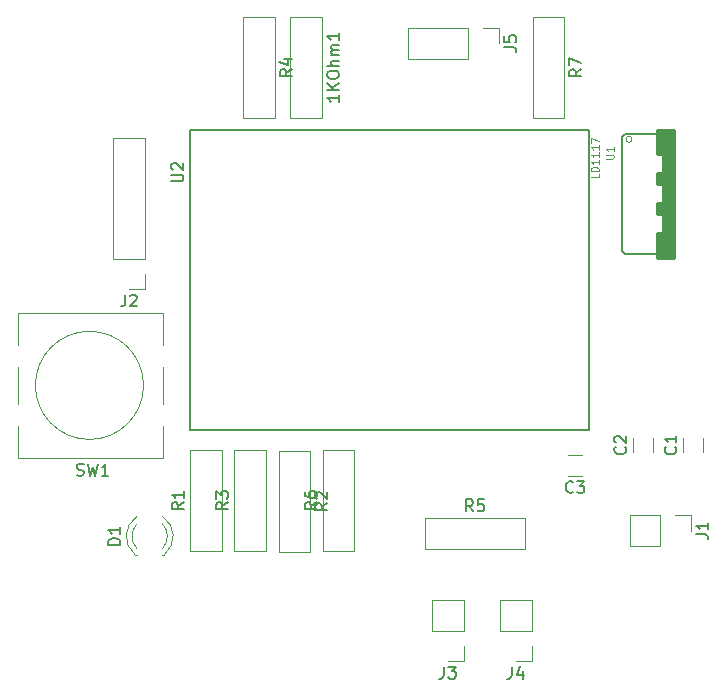
<source format=gbr>
G04 #@! TF.FileFunction,Legend,Top*
%FSLAX46Y46*%
G04 Gerber Fmt 4.6, Leading zero omitted, Abs format (unit mm)*
G04 Created by KiCad (PCBNEW 4.0.6) date Saturday, 24. June 2017 00:02:07*
%MOMM*%
%LPD*%
G01*
G04 APERTURE LIST*
%ADD10C,0.100000*%
%ADD11C,0.120000*%
%ADD12C,0.152400*%
%ADD13C,0.381000*%
%ADD14C,0.203200*%
%ADD15C,0.150000*%
%ADD16C,0.050000*%
G04 APERTURE END LIST*
D10*
D11*
X141075000Y-60865000D02*
X141075000Y-69365000D01*
X138415000Y-60865000D02*
X138415000Y-69365000D01*
X141075000Y-60865000D02*
X138415000Y-60865000D01*
X141075000Y-69365000D02*
X138415000Y-69365000D01*
X171634000Y-97662000D02*
X171634000Y-96488000D01*
X173356000Y-97662000D02*
X173356000Y-96488000D01*
X167384000Y-97662000D02*
X167384000Y-96488000D01*
X169106000Y-97662000D02*
X169106000Y-96488000D01*
X163082000Y-99686000D02*
X161908000Y-99686000D01*
X163082000Y-97964000D02*
X161908000Y-97964000D01*
X125416392Y-103132665D02*
G75*
G03X125259484Y-106365000I1078608J-1672335D01*
G01*
X127573608Y-103132665D02*
G75*
G02X127730516Y-106365000I-1078608J-1672335D01*
G01*
X125415163Y-103763870D02*
G75*
G03X125415000Y-105845961I1079837J-1041130D01*
G01*
X127574837Y-103763870D02*
G75*
G02X127575000Y-105845961I-1079837J-1041130D01*
G01*
X125259000Y-106365000D02*
X125415000Y-106365000D01*
X127575000Y-106365000D02*
X127731000Y-106365000D01*
X169725000Y-102995000D02*
X167125000Y-102995000D01*
X167125000Y-102995000D02*
X167125000Y-105655000D01*
X167125000Y-105655000D02*
X169725000Y-105655000D01*
X169725000Y-105655000D02*
X169725000Y-102995000D01*
X170995000Y-102995000D02*
X172325000Y-102995000D01*
X172325000Y-102995000D02*
X172325000Y-104325000D01*
X126075000Y-81305000D02*
X126075000Y-71085000D01*
X126075000Y-71085000D02*
X123415000Y-71085000D01*
X123415000Y-71085000D02*
X123415000Y-81305000D01*
X123415000Y-81305000D02*
X126075000Y-81305000D01*
X126075000Y-82575000D02*
X126075000Y-83905000D01*
X126075000Y-83905000D02*
X124745000Y-83905000D01*
X153075000Y-112805000D02*
X153075000Y-110205000D01*
X153075000Y-110205000D02*
X150415000Y-110205000D01*
X150415000Y-110205000D02*
X150415000Y-112805000D01*
X150415000Y-112805000D02*
X153075000Y-112805000D01*
X153075000Y-114075000D02*
X153075000Y-115405000D01*
X153075000Y-115405000D02*
X151745000Y-115405000D01*
X158825000Y-112805000D02*
X158825000Y-110205000D01*
X158825000Y-110205000D02*
X156165000Y-110205000D01*
X156165000Y-110205000D02*
X156165000Y-112805000D01*
X156165000Y-112805000D02*
X158825000Y-112805000D01*
X158825000Y-114075000D02*
X158825000Y-115405000D01*
X158825000Y-115405000D02*
X157495000Y-115405000D01*
X153475000Y-61745000D02*
X148335000Y-61745000D01*
X148335000Y-61745000D02*
X148335000Y-64405000D01*
X148335000Y-64405000D02*
X153475000Y-64405000D01*
X153475000Y-64405000D02*
X153475000Y-61745000D01*
X154745000Y-61745000D02*
X156075000Y-61745000D01*
X156075000Y-61745000D02*
X156075000Y-63075000D01*
X129915000Y-106035000D02*
X129915000Y-97535000D01*
X132575000Y-106035000D02*
X132575000Y-97535000D01*
X129915000Y-106035000D02*
X132575000Y-106035000D01*
X129915000Y-97535000D02*
X132575000Y-97535000D01*
X140075000Y-97615000D02*
X140075000Y-106115000D01*
X137415000Y-97615000D02*
X137415000Y-106115000D01*
X140075000Y-97615000D02*
X137415000Y-97615000D01*
X140075000Y-106115000D02*
X137415000Y-106115000D01*
X133665000Y-106035000D02*
X133665000Y-97535000D01*
X136325000Y-106035000D02*
X136325000Y-97535000D01*
X133665000Y-106035000D02*
X136325000Y-106035000D01*
X133665000Y-97535000D02*
X136325000Y-97535000D01*
X137075000Y-60865000D02*
X137075000Y-69365000D01*
X134415000Y-60865000D02*
X134415000Y-69365000D01*
X137075000Y-60865000D02*
X134415000Y-60865000D01*
X137075000Y-69365000D02*
X134415000Y-69365000D01*
X149785000Y-103245000D02*
X158285000Y-103245000D01*
X149785000Y-105905000D02*
X158285000Y-105905000D01*
X149785000Y-103245000D02*
X149785000Y-105905000D01*
X158285000Y-103245000D02*
X158285000Y-105905000D01*
X141165000Y-106035000D02*
X141165000Y-97535000D01*
X143825000Y-106035000D02*
X143825000Y-97535000D01*
X141165000Y-106035000D02*
X143825000Y-106035000D01*
X141165000Y-97535000D02*
X143825000Y-97535000D01*
X161575000Y-60865000D02*
X161575000Y-69365000D01*
X158915000Y-60865000D02*
X158915000Y-69365000D01*
X161575000Y-60865000D02*
X158915000Y-60865000D01*
X161575000Y-69365000D02*
X158915000Y-69365000D01*
X127645000Y-98225000D02*
X115345000Y-98225000D01*
X115345000Y-93645000D02*
X115345000Y-90505000D01*
X115345000Y-85925000D02*
X127645000Y-85925000D01*
X127645000Y-95505000D02*
X127645000Y-98225000D01*
X125974050Y-92035000D02*
G75*
G03X125974050Y-92035000I-4579050J0D01*
G01*
X127645000Y-85925000D02*
X127645000Y-88645000D01*
X127645000Y-90505000D02*
X127645000Y-93645000D01*
X115345000Y-88645000D02*
X115345000Y-85925000D01*
X115345000Y-98225000D02*
X115345000Y-95505000D01*
D12*
X166467000Y-80651000D02*
X166721000Y-80905000D01*
X166467000Y-80651000D02*
X166467000Y-70999000D01*
X166721000Y-70745000D02*
X166467000Y-70999000D01*
X169642000Y-80905000D02*
X166721000Y-80905000D01*
X166721000Y-70745000D02*
X169642000Y-70745000D01*
D10*
X167330600Y-71202200D02*
G75*
G03X167330600Y-71202200I-254000J0D01*
G01*
D13*
G36*
X170785000Y-70491000D02*
X170785000Y-72396000D01*
X169515000Y-72396000D01*
X169515000Y-70491000D01*
X170785000Y-70491000D01*
G37*
X170785000Y-70491000D02*
X170785000Y-72396000D01*
X169515000Y-72396000D01*
X169515000Y-70491000D01*
X170785000Y-70491000D01*
G36*
X170785000Y-72396000D02*
X170785000Y-74174000D01*
X170023000Y-74174000D01*
X170023000Y-72396000D01*
X170785000Y-72396000D01*
G37*
X170785000Y-72396000D02*
X170785000Y-74174000D01*
X170023000Y-74174000D01*
X170023000Y-72396000D01*
X170785000Y-72396000D01*
G36*
X170785000Y-74174000D02*
X170785000Y-74936000D01*
X169515000Y-74936000D01*
X169515000Y-74174000D01*
X170785000Y-74174000D01*
G37*
X170785000Y-74174000D02*
X170785000Y-74936000D01*
X169515000Y-74936000D01*
X169515000Y-74174000D01*
X170785000Y-74174000D01*
G36*
X170785000Y-74936000D02*
X170785000Y-76714000D01*
X170023000Y-76714000D01*
X170023000Y-74936000D01*
X170785000Y-74936000D01*
G37*
X170785000Y-74936000D02*
X170785000Y-76714000D01*
X170023000Y-76714000D01*
X170023000Y-74936000D01*
X170785000Y-74936000D01*
G36*
X170785000Y-76714000D02*
X170785000Y-77476000D01*
X169515000Y-77476000D01*
X169515000Y-76714000D01*
X170785000Y-76714000D01*
G37*
X170785000Y-76714000D02*
X170785000Y-77476000D01*
X169515000Y-77476000D01*
X169515000Y-76714000D01*
X170785000Y-76714000D01*
G36*
X170785000Y-77476000D02*
X170785000Y-79254000D01*
X170023000Y-79254000D01*
X170023000Y-77476000D01*
X170785000Y-77476000D01*
G37*
X170785000Y-77476000D02*
X170785000Y-79254000D01*
X170023000Y-79254000D01*
X170023000Y-77476000D01*
X170785000Y-77476000D01*
G36*
X170785000Y-79254000D02*
X170785000Y-81159000D01*
X169515000Y-81159000D01*
X169515000Y-79254000D01*
X170785000Y-79254000D01*
G37*
X170785000Y-79254000D02*
X170785000Y-81159000D01*
X169515000Y-81159000D01*
X169515000Y-79254000D01*
X170785000Y-79254000D01*
D14*
X163677000Y-70445000D02*
X129895000Y-70445000D01*
X129895000Y-70445000D02*
X129895000Y-95845000D01*
X163677000Y-95845000D02*
X163677000Y-70445000D01*
X129895000Y-95845000D02*
X163651600Y-95845000D01*
D15*
X142527381Y-67448333D02*
X142527381Y-68019762D01*
X142527381Y-67734048D02*
X141527381Y-67734048D01*
X141670238Y-67829286D01*
X141765476Y-67924524D01*
X141813095Y-68019762D01*
X142527381Y-67019762D02*
X141527381Y-67019762D01*
X142527381Y-66448333D02*
X141955952Y-66876905D01*
X141527381Y-66448333D02*
X142098810Y-67019762D01*
X141527381Y-65829286D02*
X141527381Y-65638809D01*
X141575000Y-65543571D01*
X141670238Y-65448333D01*
X141860714Y-65400714D01*
X142194048Y-65400714D01*
X142384524Y-65448333D01*
X142479762Y-65543571D01*
X142527381Y-65638809D01*
X142527381Y-65829286D01*
X142479762Y-65924524D01*
X142384524Y-66019762D01*
X142194048Y-66067381D01*
X141860714Y-66067381D01*
X141670238Y-66019762D01*
X141575000Y-65924524D01*
X141527381Y-65829286D01*
X142527381Y-64972143D02*
X141527381Y-64972143D01*
X142527381Y-64543571D02*
X142003571Y-64543571D01*
X141908333Y-64591190D01*
X141860714Y-64686428D01*
X141860714Y-64829286D01*
X141908333Y-64924524D01*
X141955952Y-64972143D01*
X142527381Y-64067381D02*
X141860714Y-64067381D01*
X141955952Y-64067381D02*
X141908333Y-64019762D01*
X141860714Y-63924524D01*
X141860714Y-63781666D01*
X141908333Y-63686428D01*
X142003571Y-63638809D01*
X142527381Y-63638809D01*
X142003571Y-63638809D02*
X141908333Y-63591190D01*
X141860714Y-63495952D01*
X141860714Y-63353095D01*
X141908333Y-63257857D01*
X142003571Y-63210238D01*
X142527381Y-63210238D01*
X142527381Y-62210238D02*
X142527381Y-62781667D01*
X142527381Y-62495953D02*
X141527381Y-62495953D01*
X141670238Y-62591191D01*
X141765476Y-62686429D01*
X141813095Y-62781667D01*
X170992143Y-97241666D02*
X171039762Y-97289285D01*
X171087381Y-97432142D01*
X171087381Y-97527380D01*
X171039762Y-97670238D01*
X170944524Y-97765476D01*
X170849286Y-97813095D01*
X170658810Y-97860714D01*
X170515952Y-97860714D01*
X170325476Y-97813095D01*
X170230238Y-97765476D01*
X170135000Y-97670238D01*
X170087381Y-97527380D01*
X170087381Y-97432142D01*
X170135000Y-97289285D01*
X170182619Y-97241666D01*
X171087381Y-96289285D02*
X171087381Y-96860714D01*
X171087381Y-96575000D02*
X170087381Y-96575000D01*
X170230238Y-96670238D01*
X170325476Y-96765476D01*
X170373095Y-96860714D01*
X166742143Y-97241666D02*
X166789762Y-97289285D01*
X166837381Y-97432142D01*
X166837381Y-97527380D01*
X166789762Y-97670238D01*
X166694524Y-97765476D01*
X166599286Y-97813095D01*
X166408810Y-97860714D01*
X166265952Y-97860714D01*
X166075476Y-97813095D01*
X165980238Y-97765476D01*
X165885000Y-97670238D01*
X165837381Y-97527380D01*
X165837381Y-97432142D01*
X165885000Y-97289285D01*
X165932619Y-97241666D01*
X165932619Y-96860714D02*
X165885000Y-96813095D01*
X165837381Y-96717857D01*
X165837381Y-96479761D01*
X165885000Y-96384523D01*
X165932619Y-96336904D01*
X166027857Y-96289285D01*
X166123095Y-96289285D01*
X166265952Y-96336904D01*
X166837381Y-96908333D01*
X166837381Y-96289285D01*
X162328334Y-101042143D02*
X162280715Y-101089762D01*
X162137858Y-101137381D01*
X162042620Y-101137381D01*
X161899762Y-101089762D01*
X161804524Y-100994524D01*
X161756905Y-100899286D01*
X161709286Y-100708810D01*
X161709286Y-100565952D01*
X161756905Y-100375476D01*
X161804524Y-100280238D01*
X161899762Y-100185000D01*
X162042620Y-100137381D01*
X162137858Y-100137381D01*
X162280715Y-100185000D01*
X162328334Y-100232619D01*
X162661667Y-100137381D02*
X163280715Y-100137381D01*
X162947381Y-100518333D01*
X163090239Y-100518333D01*
X163185477Y-100565952D01*
X163233096Y-100613571D01*
X163280715Y-100708810D01*
X163280715Y-100946905D01*
X163233096Y-101042143D01*
X163185477Y-101089762D01*
X163090239Y-101137381D01*
X162804524Y-101137381D01*
X162709286Y-101089762D01*
X162661667Y-101042143D01*
X123987381Y-105543095D02*
X122987381Y-105543095D01*
X122987381Y-105305000D01*
X123035000Y-105162142D01*
X123130238Y-105066904D01*
X123225476Y-105019285D01*
X123415952Y-104971666D01*
X123558810Y-104971666D01*
X123749286Y-105019285D01*
X123844524Y-105066904D01*
X123939762Y-105162142D01*
X123987381Y-105305000D01*
X123987381Y-105543095D01*
X123987381Y-104019285D02*
X123987381Y-104590714D01*
X123987381Y-104305000D02*
X122987381Y-104305000D01*
X123130238Y-104400238D01*
X123225476Y-104495476D01*
X123273095Y-104590714D01*
X172777381Y-104658333D02*
X173491667Y-104658333D01*
X173634524Y-104705953D01*
X173729762Y-104801191D01*
X173777381Y-104944048D01*
X173777381Y-105039286D01*
X173777381Y-103658333D02*
X173777381Y-104229762D01*
X173777381Y-103944048D02*
X172777381Y-103944048D01*
X172920238Y-104039286D01*
X173015476Y-104134524D01*
X173063095Y-104229762D01*
X124411667Y-84357381D02*
X124411667Y-85071667D01*
X124364047Y-85214524D01*
X124268809Y-85309762D01*
X124125952Y-85357381D01*
X124030714Y-85357381D01*
X124840238Y-84452619D02*
X124887857Y-84405000D01*
X124983095Y-84357381D01*
X125221191Y-84357381D01*
X125316429Y-84405000D01*
X125364048Y-84452619D01*
X125411667Y-84547857D01*
X125411667Y-84643095D01*
X125364048Y-84785952D01*
X124792619Y-85357381D01*
X125411667Y-85357381D01*
X151411667Y-115857381D02*
X151411667Y-116571667D01*
X151364047Y-116714524D01*
X151268809Y-116809762D01*
X151125952Y-116857381D01*
X151030714Y-116857381D01*
X151792619Y-115857381D02*
X152411667Y-115857381D01*
X152078333Y-116238333D01*
X152221191Y-116238333D01*
X152316429Y-116285952D01*
X152364048Y-116333571D01*
X152411667Y-116428810D01*
X152411667Y-116666905D01*
X152364048Y-116762143D01*
X152316429Y-116809762D01*
X152221191Y-116857381D01*
X151935476Y-116857381D01*
X151840238Y-116809762D01*
X151792619Y-116762143D01*
X157161667Y-115857381D02*
X157161667Y-116571667D01*
X157114047Y-116714524D01*
X157018809Y-116809762D01*
X156875952Y-116857381D01*
X156780714Y-116857381D01*
X158066429Y-116190714D02*
X158066429Y-116857381D01*
X157828333Y-115809762D02*
X157590238Y-116524048D01*
X158209286Y-116524048D01*
X156527381Y-63408333D02*
X157241667Y-63408333D01*
X157384524Y-63455953D01*
X157479762Y-63551191D01*
X157527381Y-63694048D01*
X157527381Y-63789286D01*
X156527381Y-62455952D02*
X156527381Y-62932143D01*
X157003571Y-62979762D01*
X156955952Y-62932143D01*
X156908333Y-62836905D01*
X156908333Y-62598809D01*
X156955952Y-62503571D01*
X157003571Y-62455952D01*
X157098810Y-62408333D01*
X157336905Y-62408333D01*
X157432143Y-62455952D01*
X157479762Y-62503571D01*
X157527381Y-62598809D01*
X157527381Y-62836905D01*
X157479762Y-62932143D01*
X157432143Y-62979762D01*
X129367381Y-101951666D02*
X128891190Y-102285000D01*
X129367381Y-102523095D02*
X128367381Y-102523095D01*
X128367381Y-102142142D01*
X128415000Y-102046904D01*
X128462619Y-101999285D01*
X128557857Y-101951666D01*
X128700714Y-101951666D01*
X128795952Y-101999285D01*
X128843571Y-102046904D01*
X128891190Y-102142142D01*
X128891190Y-102523095D01*
X129367381Y-100999285D02*
X129367381Y-101570714D01*
X129367381Y-101285000D02*
X128367381Y-101285000D01*
X128510238Y-101380238D01*
X128605476Y-101475476D01*
X128653095Y-101570714D01*
X141527381Y-102031666D02*
X141051190Y-102365000D01*
X141527381Y-102603095D02*
X140527381Y-102603095D01*
X140527381Y-102222142D01*
X140575000Y-102126904D01*
X140622619Y-102079285D01*
X140717857Y-102031666D01*
X140860714Y-102031666D01*
X140955952Y-102079285D01*
X141003571Y-102126904D01*
X141051190Y-102222142D01*
X141051190Y-102603095D01*
X140622619Y-101650714D02*
X140575000Y-101603095D01*
X140527381Y-101507857D01*
X140527381Y-101269761D01*
X140575000Y-101174523D01*
X140622619Y-101126904D01*
X140717857Y-101079285D01*
X140813095Y-101079285D01*
X140955952Y-101126904D01*
X141527381Y-101698333D01*
X141527381Y-101079285D01*
X133117381Y-101951666D02*
X132641190Y-102285000D01*
X133117381Y-102523095D02*
X132117381Y-102523095D01*
X132117381Y-102142142D01*
X132165000Y-102046904D01*
X132212619Y-101999285D01*
X132307857Y-101951666D01*
X132450714Y-101951666D01*
X132545952Y-101999285D01*
X132593571Y-102046904D01*
X132641190Y-102142142D01*
X132641190Y-102523095D01*
X132117381Y-101618333D02*
X132117381Y-100999285D01*
X132498333Y-101332619D01*
X132498333Y-101189761D01*
X132545952Y-101094523D01*
X132593571Y-101046904D01*
X132688810Y-100999285D01*
X132926905Y-100999285D01*
X133022143Y-101046904D01*
X133069762Y-101094523D01*
X133117381Y-101189761D01*
X133117381Y-101475476D01*
X133069762Y-101570714D01*
X133022143Y-101618333D01*
X138527381Y-65281666D02*
X138051190Y-65615000D01*
X138527381Y-65853095D02*
X137527381Y-65853095D01*
X137527381Y-65472142D01*
X137575000Y-65376904D01*
X137622619Y-65329285D01*
X137717857Y-65281666D01*
X137860714Y-65281666D01*
X137955952Y-65329285D01*
X138003571Y-65376904D01*
X138051190Y-65472142D01*
X138051190Y-65853095D01*
X137860714Y-64424523D02*
X138527381Y-64424523D01*
X137479762Y-64662619D02*
X138194048Y-64900714D01*
X138194048Y-64281666D01*
X153868334Y-102697381D02*
X153535000Y-102221190D01*
X153296905Y-102697381D02*
X153296905Y-101697381D01*
X153677858Y-101697381D01*
X153773096Y-101745000D01*
X153820715Y-101792619D01*
X153868334Y-101887857D01*
X153868334Y-102030714D01*
X153820715Y-102125952D01*
X153773096Y-102173571D01*
X153677858Y-102221190D01*
X153296905Y-102221190D01*
X154773096Y-101697381D02*
X154296905Y-101697381D01*
X154249286Y-102173571D01*
X154296905Y-102125952D01*
X154392143Y-102078333D01*
X154630239Y-102078333D01*
X154725477Y-102125952D01*
X154773096Y-102173571D01*
X154820715Y-102268810D01*
X154820715Y-102506905D01*
X154773096Y-102602143D01*
X154725477Y-102649762D01*
X154630239Y-102697381D01*
X154392143Y-102697381D01*
X154296905Y-102649762D01*
X154249286Y-102602143D01*
X140617381Y-101951666D02*
X140141190Y-102285000D01*
X140617381Y-102523095D02*
X139617381Y-102523095D01*
X139617381Y-102142142D01*
X139665000Y-102046904D01*
X139712619Y-101999285D01*
X139807857Y-101951666D01*
X139950714Y-101951666D01*
X140045952Y-101999285D01*
X140093571Y-102046904D01*
X140141190Y-102142142D01*
X140141190Y-102523095D01*
X139617381Y-101094523D02*
X139617381Y-101285000D01*
X139665000Y-101380238D01*
X139712619Y-101427857D01*
X139855476Y-101523095D01*
X140045952Y-101570714D01*
X140426905Y-101570714D01*
X140522143Y-101523095D01*
X140569762Y-101475476D01*
X140617381Y-101380238D01*
X140617381Y-101189761D01*
X140569762Y-101094523D01*
X140522143Y-101046904D01*
X140426905Y-100999285D01*
X140188810Y-100999285D01*
X140093571Y-101046904D01*
X140045952Y-101094523D01*
X139998333Y-101189761D01*
X139998333Y-101380238D01*
X140045952Y-101475476D01*
X140093571Y-101523095D01*
X140188810Y-101570714D01*
X163027381Y-65281666D02*
X162551190Y-65615000D01*
X163027381Y-65853095D02*
X162027381Y-65853095D01*
X162027381Y-65472142D01*
X162075000Y-65376904D01*
X162122619Y-65329285D01*
X162217857Y-65281666D01*
X162360714Y-65281666D01*
X162455952Y-65329285D01*
X162503571Y-65376904D01*
X162551190Y-65472142D01*
X162551190Y-65853095D01*
X162027381Y-64948333D02*
X162027381Y-64281666D01*
X163027381Y-64710238D01*
X120331667Y-99639762D02*
X120474524Y-99687381D01*
X120712620Y-99687381D01*
X120807858Y-99639762D01*
X120855477Y-99592143D01*
X120903096Y-99496905D01*
X120903096Y-99401667D01*
X120855477Y-99306429D01*
X120807858Y-99258810D01*
X120712620Y-99211190D01*
X120522143Y-99163571D01*
X120426905Y-99115952D01*
X120379286Y-99068333D01*
X120331667Y-98973095D01*
X120331667Y-98877857D01*
X120379286Y-98782619D01*
X120426905Y-98735000D01*
X120522143Y-98687381D01*
X120760239Y-98687381D01*
X120903096Y-98735000D01*
X121236429Y-98687381D02*
X121474524Y-99687381D01*
X121665001Y-98973095D01*
X121855477Y-99687381D01*
X122093572Y-98687381D01*
X122998334Y-99687381D02*
X122426905Y-99687381D01*
X122712619Y-99687381D02*
X122712619Y-98687381D01*
X122617381Y-98830238D01*
X122522143Y-98925476D01*
X122426905Y-98973095D01*
D16*
X165125924Y-72858219D02*
X165644019Y-72858219D01*
X165704971Y-72827743D01*
X165735448Y-72797267D01*
X165765924Y-72736314D01*
X165765924Y-72614410D01*
X165735448Y-72553457D01*
X165704971Y-72522981D01*
X165644019Y-72492505D01*
X165125924Y-72492505D01*
X165765924Y-71852505D02*
X165765924Y-72218219D01*
X165765924Y-72035362D02*
X165125924Y-72035362D01*
X165217352Y-72096314D01*
X165278305Y-72157267D01*
X165308781Y-72218219D01*
X164495924Y-74117952D02*
X164495924Y-74422714D01*
X163855924Y-74422714D01*
X164495924Y-73904619D02*
X163855924Y-73904619D01*
X163855924Y-73752238D01*
X163886400Y-73660810D01*
X163947352Y-73599857D01*
X164008305Y-73569381D01*
X164130210Y-73538905D01*
X164221638Y-73538905D01*
X164343543Y-73569381D01*
X164404495Y-73599857D01*
X164465448Y-73660810D01*
X164495924Y-73752238D01*
X164495924Y-73904619D01*
X164495924Y-72929381D02*
X164495924Y-73295095D01*
X164495924Y-73112238D02*
X163855924Y-73112238D01*
X163947352Y-73173190D01*
X164008305Y-73234143D01*
X164038781Y-73295095D01*
X164495924Y-72319857D02*
X164495924Y-72685571D01*
X164495924Y-72502714D02*
X163855924Y-72502714D01*
X163947352Y-72563666D01*
X164008305Y-72624619D01*
X164038781Y-72685571D01*
X164495924Y-71710333D02*
X164495924Y-72076047D01*
X164495924Y-71893190D02*
X163855924Y-71893190D01*
X163947352Y-71954142D01*
X164008305Y-72015095D01*
X164038781Y-72076047D01*
X163855924Y-71496999D02*
X163855924Y-71070333D01*
X164495924Y-71344618D01*
D15*
X128331381Y-74762905D02*
X129140905Y-74762905D01*
X129236143Y-74715286D01*
X129283762Y-74667667D01*
X129331381Y-74572429D01*
X129331381Y-74381952D01*
X129283762Y-74286714D01*
X129236143Y-74239095D01*
X129140905Y-74191476D01*
X128331381Y-74191476D01*
X128426619Y-73762905D02*
X128379000Y-73715286D01*
X128331381Y-73620048D01*
X128331381Y-73381952D01*
X128379000Y-73286714D01*
X128426619Y-73239095D01*
X128521857Y-73191476D01*
X128617095Y-73191476D01*
X128759952Y-73239095D01*
X129331381Y-73810524D01*
X129331381Y-73191476D01*
M02*

</source>
